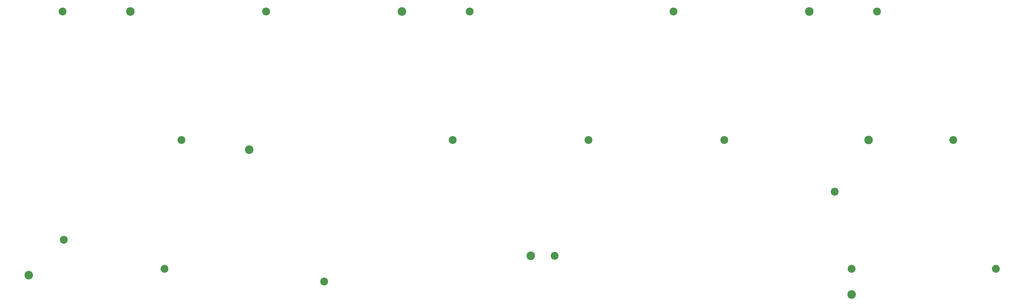
<source format=gts>
G04 #@! TF.GenerationSoftware,KiCad,Pcbnew,(6.0.2-0)*
G04 #@! TF.CreationDate,2022-07-19T14:25:46+02:00*
G04 #@! TF.ProjectId,switch-plate,73776974-6368-42d7-906c-6174652e6b69,rev?*
G04 #@! TF.SameCoordinates,Original*
G04 #@! TF.FileFunction,Soldermask,Top*
G04 #@! TF.FilePolarity,Negative*
%FSLAX46Y46*%
G04 Gerber Fmt 4.6, Leading zero omitted, Abs format (unit mm)*
G04 Created by KiCad (PCBNEW (6.0.2-0)) date 2022-07-19 14:25:46*
%MOMM*%
%LPD*%
G01*
G04 APERTURE LIST*
%ADD10C,2.400000*%
%ADD11C,2.200000*%
G04 APERTURE END LIST*
D10*
X61750000Y-54000000D03*
X0Y-89100000D03*
X140600000Y-83700000D03*
X230375000Y-94500000D03*
X235125000Y-51300000D03*
X218500000Y-15299999D03*
X104500000Y-15299999D03*
X28500000Y-15299999D03*
D11*
X237500000Y-15299999D03*
X258875000Y-51300000D03*
X270750000Y-87300000D03*
X230375000Y-87300000D03*
X9500000Y-15299999D03*
X82750000Y-90899999D03*
X194750000Y-51300000D03*
X66500000Y-15299999D03*
X9875000Y-79200000D03*
X123500000Y-15299999D03*
X42750000Y-51300000D03*
X180500000Y-15299999D03*
X38000000Y-87300000D03*
X147250000Y-83700000D03*
X225625000Y-65700000D03*
X156750000Y-51300000D03*
X118750000Y-51300000D03*
M02*

</source>
